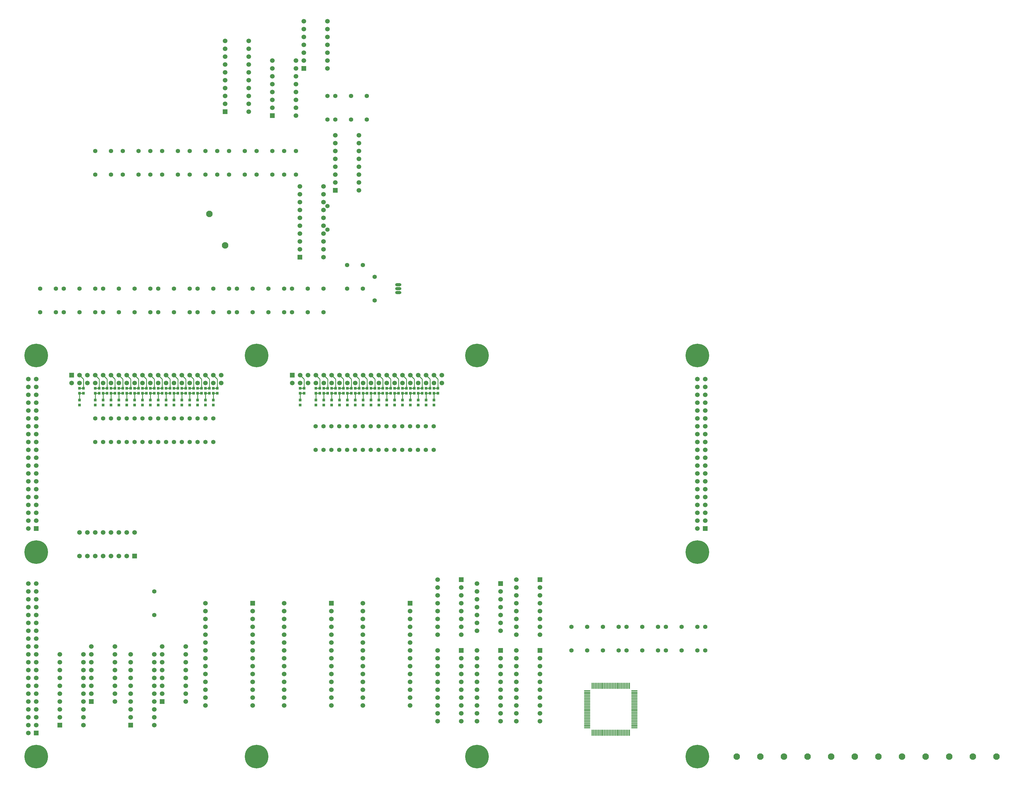
<source format=gbl>
G04*
G04 #@! TF.GenerationSoftware,Altium Limited,Altium Designer,21.9.1 (22)*
G04*
G04 Layer_Physical_Order=2*
G04 Layer_Color=16711680*
%FSLAX25Y25*%
%MOIN*%
G70*
G04*
G04 #@! TF.SameCoordinates,96388F34-ED53-4079-84C0-77210EF012B4*
G04*
G04*
G04 #@! TF.FilePolarity,Positive*
G04*
G01*
G75*
%ADD12C,0.01000*%
%ADD25C,0.08268*%
%ADD26C,0.05512*%
%ADD27R,0.05906X0.05906*%
%ADD28C,0.05906*%
%ADD29O,0.07874X0.03937*%
%ADD30O,0.07874X0.03937*%
%ADD31C,0.05906*%
%ADD32R,0.05906X0.05906*%
%ADD33R,0.05906X0.05906*%
%ADD34C,0.30000*%
%ADD35R,0.05906X0.05906*%
%ADD36O,0.08268X0.01181*%
%ADD37O,0.01181X0.08268*%
%ADD38R,0.03347X0.03347*%
D12*
X555501Y573051D02*
Y581949D01*
X560501D01*
X545501Y573051D02*
Y581949D01*
X565501Y573051D02*
Y581949D01*
X545501Y588051D02*
X550501D01*
X545501Y581949D02*
X550501D01*
X595501Y573051D02*
Y581949D01*
X585501Y573051D02*
Y581949D01*
X575501Y573051D02*
Y581949D01*
X605501Y573051D02*
Y581949D01*
Y588051D02*
X610501D01*
X605501Y581949D02*
X610501D01*
X595501Y588051D02*
X600501D01*
X595501Y581949D02*
X600501D01*
X585501Y588051D02*
X590501D01*
X585501Y581949D02*
X590501D01*
X575501Y588051D02*
X580501D01*
X575501Y581949D02*
X580501D01*
X565501Y588051D02*
X570501D01*
X565501Y581949D02*
X570501D01*
X555501Y588051D02*
X560501D01*
X625501Y573051D02*
Y581949D01*
X615501Y573051D02*
Y581949D01*
X625501Y588051D02*
X630501D01*
X615501D02*
X620501D01*
X615501Y581949D02*
X620501D01*
X625501D02*
X630501D01*
X535501Y588051D02*
X540501D01*
X525501D02*
X530501D01*
X525501Y581949D02*
X530501D01*
X535501D02*
X540501D01*
X535501Y573051D02*
Y581949D01*
X525501Y573051D02*
Y581949D01*
X505501D02*
X510501D01*
X515501Y588051D02*
X520501D01*
X515501Y581949D02*
X520501D01*
X515501Y573051D02*
Y581949D01*
X505501Y573051D02*
Y581949D01*
X495501Y573051D02*
Y581949D01*
X485501Y573051D02*
Y581949D01*
X475501Y573051D02*
Y581949D01*
X505501Y588051D02*
X510501D01*
X495501D02*
X500501D01*
X495501Y581949D02*
X500501D01*
X485501Y588051D02*
X490501D01*
X485501Y581949D02*
X490501D01*
X475501Y588051D02*
X480501D01*
X475501Y581949D02*
X480501D01*
X455501D02*
X460501D01*
X455501Y588051D02*
X460501D01*
X455501Y573051D02*
Y581949D01*
X460501Y588051D02*
Y600000D01*
X455501Y605000D02*
X460501Y600000D01*
X605501Y605000D02*
X610501Y600000D01*
X615501Y605000D02*
X620501Y600000D01*
X480501Y588051D02*
Y600000D01*
X475501Y605000D02*
X480501Y600000D01*
X490501Y588051D02*
Y600000D01*
X610501Y588051D02*
Y600000D01*
X500501Y588051D02*
Y600000D01*
X510501Y588051D02*
Y600000D01*
X495501Y605000D02*
X500501Y600000D01*
X520501Y588051D02*
Y600000D01*
X515501Y605000D02*
X520501Y600000D01*
X530501Y588051D02*
Y600000D01*
X620501Y588051D02*
Y600000D01*
X540501Y588051D02*
Y600000D01*
X535501Y605000D02*
X540501Y600000D01*
X550501Y588051D02*
Y600000D01*
X625501Y605000D02*
X630501Y600000D01*
X560501Y588051D02*
Y600000D01*
X555501Y605000D02*
X560501Y600000D01*
X570501Y588051D02*
Y600000D01*
X630501Y588051D02*
Y600000D01*
X580501Y588051D02*
Y600000D01*
X575501Y605000D02*
X580501Y600000D01*
X485501Y605000D02*
X490501Y600000D01*
X505501Y605000D02*
X510501Y600000D01*
X525501Y605000D02*
X530501Y600000D01*
X545501Y605000D02*
X550501Y600000D01*
X565501Y605000D02*
X570501Y600000D01*
X590501Y588051D02*
Y600000D01*
X585501Y605000D02*
X590501Y600000D01*
X600501Y588051D02*
Y600000D01*
X595501Y605000D02*
X600501Y600000D01*
X245000Y581949D02*
X250000D01*
X245000Y573051D02*
Y581949D01*
X255000Y573051D02*
Y581949D01*
X260000D01*
X240000Y588051D02*
Y600000D01*
X235000Y588051D02*
X240000D01*
X235000Y605000D02*
X240000Y600000D01*
X250000Y588051D02*
Y600000D01*
X245000Y605000D02*
X250000Y600000D01*
X260000Y588051D02*
Y600000D01*
X255000Y605000D02*
X260000Y600000D01*
X225000Y588051D02*
X230000D01*
X225000Y605000D02*
X230000Y600000D01*
Y588051D02*
Y600000D01*
X235000Y581949D02*
X240000D01*
X225000Y573051D02*
Y581949D01*
X230000D01*
X235000Y573051D02*
Y581949D01*
X215000Y573051D02*
Y581949D01*
X220000D01*
X215000Y588051D02*
X220000D01*
X255000D02*
X260000D01*
X245000D02*
X250000D01*
X215000Y605000D02*
X220000Y600000D01*
Y588051D02*
Y600000D01*
X205000Y605000D02*
X210000Y600000D01*
Y588051D02*
Y600000D01*
X205000Y573051D02*
Y581949D01*
Y588051D02*
X210000D01*
X205000Y581949D02*
X210000D01*
X340000Y588051D02*
Y600000D01*
X350000Y588051D02*
Y600000D01*
X345000Y588051D02*
X350000D01*
X345000Y581949D02*
X350000D01*
X310000Y588051D02*
Y600000D01*
X320000Y588051D02*
Y600000D01*
X315000Y588051D02*
X320000D01*
X315000Y581949D02*
X320000D01*
X275000D02*
X280000D01*
X265000D02*
X270000D01*
X265000Y573051D02*
Y581949D01*
X275000Y573051D02*
Y581949D01*
X335000D02*
X340000D01*
X335000Y588051D02*
X340000D01*
X285000D02*
X290000D01*
X285000Y573051D02*
Y581949D01*
X295000Y573051D02*
Y581949D01*
X285000D02*
X290000D01*
X305000Y588051D02*
X310000D01*
X305000Y581949D02*
X310000D01*
X335000Y573051D02*
Y581949D01*
X345000Y573051D02*
Y581949D01*
X315000Y573051D02*
Y581949D01*
X325000D02*
X330000D01*
X325000Y573051D02*
Y581949D01*
X305000Y573051D02*
Y581949D01*
X325000Y588051D02*
X330000D01*
Y600000D01*
X300000Y588051D02*
Y600000D01*
X275000Y588051D02*
X280000D01*
Y600000D01*
X290000Y588051D02*
Y600000D01*
X295000Y588051D02*
X300000D01*
X295000Y581949D02*
X300000D01*
X275000Y605000D02*
X280000Y600000D01*
X295000Y605000D02*
X300000Y600000D01*
X305000Y605000D02*
X310000Y600000D01*
X285000Y605000D02*
X290000Y600000D01*
X315000Y605000D02*
X320000Y600000D01*
X345000Y605000D02*
X350000Y600000D01*
X335000Y605000D02*
X340000Y600000D01*
X325000Y605000D02*
X330000Y600000D01*
X265000Y588051D02*
X270000D01*
Y600000D01*
X265000Y605000D02*
X270000Y600000D01*
X195000Y581949D02*
X200000D01*
X195000Y588051D02*
X200000D01*
X180000D02*
Y600000D01*
X175000Y605000D02*
X180000Y600000D01*
X195000Y605000D02*
X200000Y600000D01*
Y588051D02*
Y600000D01*
X175000Y588051D02*
X180000D01*
X175000Y581949D02*
X180000D01*
X175000Y573051D02*
Y581949D01*
X195000Y573051D02*
Y581949D01*
D25*
X360000Y770000D02*
D03*
X340000Y810000D02*
D03*
X1100000Y120000D02*
D03*
X1070000D02*
D03*
X1010000D02*
D03*
X1040000D02*
D03*
X1160000D02*
D03*
X1130000D02*
D03*
X1190000D02*
D03*
X1220000D02*
D03*
X1250000D02*
D03*
X1280000D02*
D03*
X1310000D02*
D03*
X1340000D02*
D03*
D26*
X345000Y685000D02*
D03*
Y715000D02*
D03*
X315000Y685000D02*
D03*
Y715000D02*
D03*
X325000Y685000D02*
D03*
Y715000D02*
D03*
X365000Y685000D02*
D03*
Y715000D02*
D03*
X375000Y685000D02*
D03*
Y715000D02*
D03*
X395000Y685000D02*
D03*
Y715000D02*
D03*
X415000Y685000D02*
D03*
Y715000D02*
D03*
X435000Y685000D02*
D03*
Y715000D02*
D03*
X445000Y685000D02*
D03*
Y715000D02*
D03*
X465000Y685000D02*
D03*
Y715000D02*
D03*
X485000Y685000D02*
D03*
Y715000D02*
D03*
X145000Y685000D02*
D03*
Y715000D02*
D03*
X175000Y685000D02*
D03*
Y715000D02*
D03*
X155000Y685000D02*
D03*
Y715000D02*
D03*
X125000Y685000D02*
D03*
Y715000D02*
D03*
X195000Y685000D02*
D03*
Y715000D02*
D03*
X225000Y685000D02*
D03*
Y715000D02*
D03*
X245000Y685000D02*
D03*
Y715000D02*
D03*
X265000Y685000D02*
D03*
Y715000D02*
D03*
X275000Y685000D02*
D03*
Y715000D02*
D03*
X205000Y685000D02*
D03*
Y715000D02*
D03*
X295000Y685000D02*
D03*
Y715000D02*
D03*
X420000Y890000D02*
D03*
Y860000D02*
D03*
X195000Y890000D02*
D03*
Y860000D02*
D03*
X230000Y890000D02*
D03*
Y860000D02*
D03*
X250000Y890000D02*
D03*
Y860000D02*
D03*
X265000Y890000D02*
D03*
Y860000D02*
D03*
X300000Y890000D02*
D03*
Y860000D02*
D03*
X315000Y890000D02*
D03*
Y860000D02*
D03*
X335000Y890000D02*
D03*
Y860000D02*
D03*
X350000Y890000D02*
D03*
Y860000D02*
D03*
X365000Y890000D02*
D03*
Y860000D02*
D03*
X280000Y890000D02*
D03*
Y860000D02*
D03*
X215000Y890000D02*
D03*
Y860000D02*
D03*
X400000Y890000D02*
D03*
Y860000D02*
D03*
X385000Y890000D02*
D03*
Y860000D02*
D03*
X520000Y930000D02*
D03*
Y960000D02*
D03*
X540000Y930000D02*
D03*
Y960000D02*
D03*
X500000Y930000D02*
D03*
Y960000D02*
D03*
X490000Y930000D02*
D03*
Y960000D02*
D03*
X550000Y730000D02*
D03*
Y700000D02*
D03*
X535000Y715000D02*
D03*
Y745000D02*
D03*
X515000D02*
D03*
Y715000D02*
D03*
X490000Y820000D02*
D03*
Y790000D02*
D03*
X435000Y890000D02*
D03*
Y860000D02*
D03*
X450000Y890000D02*
D03*
Y860000D02*
D03*
X270000Y300000D02*
D03*
Y330000D02*
D03*
X565000Y510000D02*
D03*
Y540000D02*
D03*
X555000Y510000D02*
D03*
Y540000D02*
D03*
X575000Y510000D02*
D03*
Y540000D02*
D03*
X475000Y510000D02*
D03*
Y540000D02*
D03*
X485000Y510000D02*
D03*
Y540000D02*
D03*
X625000Y510000D02*
D03*
Y540000D02*
D03*
X505000Y510000D02*
D03*
Y540000D02*
D03*
X515000Y510000D02*
D03*
Y540000D02*
D03*
X495000Y510000D02*
D03*
Y540000D02*
D03*
X535000Y510000D02*
D03*
Y540000D02*
D03*
X545000Y510000D02*
D03*
Y540000D02*
D03*
X525000Y510000D02*
D03*
Y540000D02*
D03*
X605000Y510000D02*
D03*
Y540000D02*
D03*
X615000Y510000D02*
D03*
Y540000D02*
D03*
X595000Y510000D02*
D03*
Y540000D02*
D03*
X585000Y510000D02*
D03*
Y540000D02*
D03*
X205000Y520000D02*
D03*
Y550000D02*
D03*
X215000Y520000D02*
D03*
Y550000D02*
D03*
X225000Y520000D02*
D03*
Y550000D02*
D03*
X235000Y520000D02*
D03*
Y550000D02*
D03*
X265000Y520000D02*
D03*
Y550000D02*
D03*
X275000Y520000D02*
D03*
Y550000D02*
D03*
X285000Y520000D02*
D03*
Y550000D02*
D03*
X295000Y520000D02*
D03*
Y550000D02*
D03*
X195000Y520000D02*
D03*
Y550000D02*
D03*
X245000Y520000D02*
D03*
Y550000D02*
D03*
X255000Y520000D02*
D03*
Y550000D02*
D03*
X305000Y520000D02*
D03*
Y550000D02*
D03*
X325000Y520000D02*
D03*
Y550000D02*
D03*
X335000Y520000D02*
D03*
Y550000D02*
D03*
X315000Y520000D02*
D03*
Y550000D02*
D03*
X345000Y520000D02*
D03*
Y550000D02*
D03*
X970000Y285000D02*
D03*
Y255000D02*
D03*
X960000Y285000D02*
D03*
Y255000D02*
D03*
X940000Y285000D02*
D03*
Y255000D02*
D03*
X920000Y285000D02*
D03*
Y255000D02*
D03*
X910000Y285000D02*
D03*
Y255000D02*
D03*
X890000Y285000D02*
D03*
Y255000D02*
D03*
X870000Y285000D02*
D03*
Y255000D02*
D03*
X860000Y285000D02*
D03*
Y255000D02*
D03*
X840000Y285000D02*
D03*
Y255000D02*
D03*
X820000Y285000D02*
D03*
Y255000D02*
D03*
X800000Y285000D02*
D03*
Y255000D02*
D03*
D27*
X500000Y840000D02*
D03*
X420000Y935000D02*
D03*
X360000Y940000D02*
D03*
X455000Y755000D02*
D03*
X460000Y995000D02*
D03*
X190000Y190000D02*
D03*
X280000D02*
D03*
X240000Y160000D02*
D03*
X150000D02*
D03*
X760000Y345000D02*
D03*
X710000Y340000D02*
D03*
X660000Y345000D02*
D03*
Y255000D02*
D03*
X710000D02*
D03*
X760000D02*
D03*
X495000Y315000D02*
D03*
X395000D02*
D03*
X595000D02*
D03*
D28*
X500000Y850000D02*
D03*
Y860000D02*
D03*
Y870000D02*
D03*
Y880000D02*
D03*
Y890000D02*
D03*
Y900000D02*
D03*
Y910000D02*
D03*
X530000Y840000D02*
D03*
Y850000D02*
D03*
Y860000D02*
D03*
Y870000D02*
D03*
Y880000D02*
D03*
Y890000D02*
D03*
Y900000D02*
D03*
Y910000D02*
D03*
X450000Y1005000D02*
D03*
Y995000D02*
D03*
Y985000D02*
D03*
Y975000D02*
D03*
Y965000D02*
D03*
Y955000D02*
D03*
Y945000D02*
D03*
Y935000D02*
D03*
X420000Y1005000D02*
D03*
Y995000D02*
D03*
Y985000D02*
D03*
Y975000D02*
D03*
Y965000D02*
D03*
Y955000D02*
D03*
Y945000D02*
D03*
X360000Y950000D02*
D03*
Y960000D02*
D03*
Y970000D02*
D03*
Y980000D02*
D03*
Y990000D02*
D03*
Y1000000D02*
D03*
Y1010000D02*
D03*
Y1020000D02*
D03*
Y1030000D02*
D03*
X390000Y940000D02*
D03*
Y960000D02*
D03*
Y970000D02*
D03*
Y980000D02*
D03*
Y990000D02*
D03*
Y1000000D02*
D03*
Y1010000D02*
D03*
Y1020000D02*
D03*
Y1030000D02*
D03*
X485000Y845000D02*
D03*
Y835000D02*
D03*
Y825000D02*
D03*
Y815000D02*
D03*
Y805000D02*
D03*
Y795000D02*
D03*
Y785000D02*
D03*
Y775000D02*
D03*
Y755000D02*
D03*
X455000Y845000D02*
D03*
Y835000D02*
D03*
Y825000D02*
D03*
Y815000D02*
D03*
Y805000D02*
D03*
Y795000D02*
D03*
Y785000D02*
D03*
Y775000D02*
D03*
Y765000D02*
D03*
X460000Y1005000D02*
D03*
Y1015000D02*
D03*
Y1025000D02*
D03*
Y1035000D02*
D03*
Y1045000D02*
D03*
Y1055000D02*
D03*
X490000Y995000D02*
D03*
Y1005000D02*
D03*
Y1015000D02*
D03*
Y1025000D02*
D03*
Y1035000D02*
D03*
Y1045000D02*
D03*
Y1055000D02*
D03*
X220000Y260000D02*
D03*
Y250000D02*
D03*
Y240000D02*
D03*
Y230000D02*
D03*
Y220000D02*
D03*
Y210000D02*
D03*
Y200000D02*
D03*
Y190000D02*
D03*
X190000Y260000D02*
D03*
Y250000D02*
D03*
Y240000D02*
D03*
Y230000D02*
D03*
Y220000D02*
D03*
Y210000D02*
D03*
Y200000D02*
D03*
X310000Y260000D02*
D03*
Y250000D02*
D03*
Y240000D02*
D03*
Y230000D02*
D03*
Y220000D02*
D03*
Y210000D02*
D03*
Y200000D02*
D03*
Y190000D02*
D03*
X280000Y260000D02*
D03*
Y250000D02*
D03*
Y240000D02*
D03*
Y230000D02*
D03*
Y220000D02*
D03*
Y210000D02*
D03*
Y200000D02*
D03*
X240000Y170000D02*
D03*
Y180000D02*
D03*
Y190000D02*
D03*
Y200000D02*
D03*
Y210000D02*
D03*
Y220000D02*
D03*
Y230000D02*
D03*
Y240000D02*
D03*
Y250000D02*
D03*
X270000Y160000D02*
D03*
Y180000D02*
D03*
Y190000D02*
D03*
Y200000D02*
D03*
Y210000D02*
D03*
Y220000D02*
D03*
Y230000D02*
D03*
Y240000D02*
D03*
Y250000D02*
D03*
X150000Y170000D02*
D03*
Y180000D02*
D03*
Y190000D02*
D03*
Y200000D02*
D03*
Y210000D02*
D03*
Y220000D02*
D03*
Y230000D02*
D03*
Y240000D02*
D03*
Y250000D02*
D03*
X180000Y160000D02*
D03*
Y180000D02*
D03*
Y190000D02*
D03*
Y200000D02*
D03*
Y210000D02*
D03*
Y220000D02*
D03*
Y230000D02*
D03*
Y240000D02*
D03*
Y250000D02*
D03*
X730000Y275000D02*
D03*
Y285000D02*
D03*
Y295000D02*
D03*
Y305000D02*
D03*
Y315000D02*
D03*
Y325000D02*
D03*
Y335000D02*
D03*
Y345000D02*
D03*
X760000Y275000D02*
D03*
Y285000D02*
D03*
Y295000D02*
D03*
Y305000D02*
D03*
Y315000D02*
D03*
Y325000D02*
D03*
Y335000D02*
D03*
X175000Y405000D02*
D03*
X185000D02*
D03*
X195000D02*
D03*
X205000D02*
D03*
X215000D02*
D03*
X225000D02*
D03*
X235000D02*
D03*
X245000D02*
D03*
X175000Y375000D02*
D03*
X185000D02*
D03*
X195000D02*
D03*
X205000D02*
D03*
X215000D02*
D03*
X225000D02*
D03*
X235000D02*
D03*
X710000Y330000D02*
D03*
Y320000D02*
D03*
Y310000D02*
D03*
Y300000D02*
D03*
Y290000D02*
D03*
Y280000D02*
D03*
X680000Y340000D02*
D03*
Y330000D02*
D03*
Y320000D02*
D03*
Y310000D02*
D03*
Y300000D02*
D03*
Y290000D02*
D03*
Y280000D02*
D03*
X630000Y275000D02*
D03*
Y285000D02*
D03*
Y295000D02*
D03*
Y305000D02*
D03*
Y315000D02*
D03*
Y325000D02*
D03*
Y335000D02*
D03*
Y345000D02*
D03*
X660000Y275000D02*
D03*
Y285000D02*
D03*
Y295000D02*
D03*
Y305000D02*
D03*
Y315000D02*
D03*
Y325000D02*
D03*
Y335000D02*
D03*
Y245000D02*
D03*
Y235000D02*
D03*
Y225000D02*
D03*
Y215000D02*
D03*
Y205000D02*
D03*
Y195000D02*
D03*
Y185000D02*
D03*
Y175000D02*
D03*
Y165000D02*
D03*
X630000Y255000D02*
D03*
Y235000D02*
D03*
Y225000D02*
D03*
Y215000D02*
D03*
Y205000D02*
D03*
Y195000D02*
D03*
Y185000D02*
D03*
Y175000D02*
D03*
Y165000D02*
D03*
X710000Y245000D02*
D03*
Y235000D02*
D03*
Y225000D02*
D03*
Y215000D02*
D03*
Y205000D02*
D03*
Y195000D02*
D03*
Y185000D02*
D03*
Y175000D02*
D03*
Y165000D02*
D03*
X680000Y255000D02*
D03*
Y235000D02*
D03*
Y225000D02*
D03*
Y215000D02*
D03*
Y205000D02*
D03*
Y195000D02*
D03*
Y185000D02*
D03*
Y175000D02*
D03*
Y165000D02*
D03*
X760000Y245000D02*
D03*
Y235000D02*
D03*
Y225000D02*
D03*
Y215000D02*
D03*
Y205000D02*
D03*
Y195000D02*
D03*
Y185000D02*
D03*
Y175000D02*
D03*
Y165000D02*
D03*
X730000Y255000D02*
D03*
Y235000D02*
D03*
Y225000D02*
D03*
Y215000D02*
D03*
Y205000D02*
D03*
Y195000D02*
D03*
Y185000D02*
D03*
Y175000D02*
D03*
Y165000D02*
D03*
X435000Y185000D02*
D03*
Y195000D02*
D03*
Y205000D02*
D03*
Y215000D02*
D03*
Y225000D02*
D03*
Y235000D02*
D03*
Y245000D02*
D03*
Y255000D02*
D03*
Y265000D02*
D03*
Y275000D02*
D03*
Y285000D02*
D03*
Y295000D02*
D03*
Y305000D02*
D03*
Y315000D02*
D03*
X495000Y185000D02*
D03*
Y195000D02*
D03*
Y205000D02*
D03*
Y215000D02*
D03*
Y225000D02*
D03*
Y235000D02*
D03*
Y245000D02*
D03*
Y255000D02*
D03*
Y265000D02*
D03*
Y275000D02*
D03*
Y285000D02*
D03*
Y295000D02*
D03*
Y305000D02*
D03*
X335000Y185000D02*
D03*
Y195000D02*
D03*
Y205000D02*
D03*
Y215000D02*
D03*
Y225000D02*
D03*
Y235000D02*
D03*
Y245000D02*
D03*
Y255000D02*
D03*
Y265000D02*
D03*
Y275000D02*
D03*
Y285000D02*
D03*
Y295000D02*
D03*
Y305000D02*
D03*
Y315000D02*
D03*
X395000Y185000D02*
D03*
Y195000D02*
D03*
Y205000D02*
D03*
Y215000D02*
D03*
Y225000D02*
D03*
Y235000D02*
D03*
Y245000D02*
D03*
Y255000D02*
D03*
Y265000D02*
D03*
Y275000D02*
D03*
Y285000D02*
D03*
Y295000D02*
D03*
Y305000D02*
D03*
X535000Y185000D02*
D03*
Y195000D02*
D03*
Y205000D02*
D03*
Y215000D02*
D03*
Y225000D02*
D03*
Y235000D02*
D03*
Y245000D02*
D03*
Y255000D02*
D03*
Y265000D02*
D03*
Y275000D02*
D03*
Y285000D02*
D03*
Y295000D02*
D03*
Y305000D02*
D03*
Y315000D02*
D03*
X595000Y185000D02*
D03*
Y195000D02*
D03*
Y205000D02*
D03*
Y215000D02*
D03*
Y225000D02*
D03*
Y235000D02*
D03*
Y245000D02*
D03*
Y255000D02*
D03*
Y265000D02*
D03*
Y275000D02*
D03*
Y285000D02*
D03*
Y295000D02*
D03*
Y305000D02*
D03*
D29*
X580000Y720000D02*
D03*
Y710000D02*
D03*
D30*
Y715000D02*
D03*
D31*
X390000Y950000D02*
D03*
X485000Y765000D02*
D03*
X270000Y170000D02*
D03*
X180000D02*
D03*
X630000Y245000D02*
D03*
X680000D02*
D03*
X730000D02*
D03*
X635501Y595000D02*
D03*
Y605000D02*
D03*
X625501Y595000D02*
D03*
Y605000D02*
D03*
X615501Y595000D02*
D03*
Y605000D02*
D03*
X605501Y595000D02*
D03*
Y605000D02*
D03*
X595501Y595000D02*
D03*
Y605000D02*
D03*
X585501Y595000D02*
D03*
Y605000D02*
D03*
X575501Y595000D02*
D03*
Y605000D02*
D03*
X565501Y595000D02*
D03*
Y605000D02*
D03*
X555501Y595000D02*
D03*
Y605000D02*
D03*
X545501Y595000D02*
D03*
Y605000D02*
D03*
X535501Y595000D02*
D03*
Y605000D02*
D03*
X525501Y595000D02*
D03*
Y605000D02*
D03*
X515501Y595000D02*
D03*
Y605000D02*
D03*
X505501Y595000D02*
D03*
Y605000D02*
D03*
X495501Y595000D02*
D03*
Y605000D02*
D03*
X485501Y595000D02*
D03*
Y605000D02*
D03*
X475501Y595000D02*
D03*
Y605000D02*
D03*
X465501Y595000D02*
D03*
Y605000D02*
D03*
X455501Y595000D02*
D03*
Y605000D02*
D03*
X445501Y595000D02*
D03*
X165000D02*
D03*
X175000Y605000D02*
D03*
Y595000D02*
D03*
X185000Y605000D02*
D03*
Y595000D02*
D03*
X195000Y605000D02*
D03*
Y595000D02*
D03*
X205000Y605000D02*
D03*
Y595000D02*
D03*
X215000Y605000D02*
D03*
Y595000D02*
D03*
X225000Y605000D02*
D03*
Y595000D02*
D03*
X235000Y605000D02*
D03*
Y595000D02*
D03*
X245000Y605000D02*
D03*
Y595000D02*
D03*
X255000Y605000D02*
D03*
Y595000D02*
D03*
X265000Y605000D02*
D03*
Y595000D02*
D03*
X275000Y605000D02*
D03*
Y595000D02*
D03*
X285000Y605000D02*
D03*
Y595000D02*
D03*
X295000Y605000D02*
D03*
Y595000D02*
D03*
X305000Y605000D02*
D03*
Y595000D02*
D03*
X315000Y605000D02*
D03*
Y595000D02*
D03*
X325000Y605000D02*
D03*
Y595000D02*
D03*
X335000Y605000D02*
D03*
Y595000D02*
D03*
X345000Y605000D02*
D03*
Y595000D02*
D03*
X355000Y605000D02*
D03*
Y595000D02*
D03*
X110000Y600000D02*
D03*
X120000D02*
D03*
X110000Y590000D02*
D03*
X120000D02*
D03*
X110000Y580000D02*
D03*
X120000D02*
D03*
X110000Y570000D02*
D03*
X120000D02*
D03*
X110000Y560000D02*
D03*
X120000D02*
D03*
X110000Y550000D02*
D03*
X120000D02*
D03*
X110000Y540000D02*
D03*
X120000D02*
D03*
X110000Y530000D02*
D03*
X120000D02*
D03*
X110000Y520000D02*
D03*
X120000D02*
D03*
X110000Y510000D02*
D03*
X120000D02*
D03*
X110000Y500000D02*
D03*
X120000D02*
D03*
X110000Y490000D02*
D03*
X120000D02*
D03*
X110000Y480000D02*
D03*
X120000D02*
D03*
X110000Y470000D02*
D03*
X120000D02*
D03*
X110000Y460000D02*
D03*
X120000D02*
D03*
X110000Y450000D02*
D03*
X120000D02*
D03*
X110000Y440000D02*
D03*
X120000D02*
D03*
X110000Y430000D02*
D03*
X120000D02*
D03*
X110000Y420000D02*
D03*
X120000D02*
D03*
X110000Y410000D02*
D03*
X960000Y600000D02*
D03*
X970000D02*
D03*
X960000Y590000D02*
D03*
X970000D02*
D03*
X960000Y580000D02*
D03*
X970000D02*
D03*
X960000Y570000D02*
D03*
X970000D02*
D03*
X960000Y560000D02*
D03*
X970000D02*
D03*
X960000Y550000D02*
D03*
X970000D02*
D03*
X960000Y540000D02*
D03*
X970000D02*
D03*
X960000Y530000D02*
D03*
X970000D02*
D03*
X960000Y520000D02*
D03*
X970000D02*
D03*
X960000Y510000D02*
D03*
X970000D02*
D03*
X960000Y500000D02*
D03*
X970000D02*
D03*
X960000Y490000D02*
D03*
X970000D02*
D03*
X960000Y480000D02*
D03*
X970000D02*
D03*
X960000Y470000D02*
D03*
X970000D02*
D03*
X960000Y460000D02*
D03*
X970000D02*
D03*
X960000Y450000D02*
D03*
X970000D02*
D03*
X960000Y440000D02*
D03*
X970000D02*
D03*
X960000Y430000D02*
D03*
X970000D02*
D03*
X960000Y420000D02*
D03*
X970000D02*
D03*
X960000Y410000D02*
D03*
X110000Y340000D02*
D03*
X120000D02*
D03*
X110000Y330000D02*
D03*
X120000D02*
D03*
X110000Y320000D02*
D03*
X120000D02*
D03*
X110000Y310000D02*
D03*
X120000D02*
D03*
X110000Y300000D02*
D03*
X120000D02*
D03*
X110000Y290000D02*
D03*
X120000D02*
D03*
X110000Y280000D02*
D03*
X120000D02*
D03*
X110000Y270000D02*
D03*
X120000D02*
D03*
X110000Y260000D02*
D03*
X120000D02*
D03*
X110000Y250000D02*
D03*
X120000D02*
D03*
X110000Y240000D02*
D03*
X120000D02*
D03*
X110000Y230000D02*
D03*
X120000D02*
D03*
X110000Y220000D02*
D03*
X120000D02*
D03*
X110000Y210000D02*
D03*
X120000D02*
D03*
X110000Y200000D02*
D03*
X120000D02*
D03*
X110000Y190000D02*
D03*
X120000D02*
D03*
X110000Y180000D02*
D03*
X120000D02*
D03*
X110000Y170000D02*
D03*
X120000D02*
D03*
X110000Y160000D02*
D03*
X120000D02*
D03*
X110000Y150000D02*
D03*
D32*
X245000Y375000D02*
D03*
D33*
X445501Y605000D02*
D03*
X165000D02*
D03*
D34*
X960000Y380000D02*
D03*
Y630000D02*
D03*
X680000D02*
D03*
X960000Y120000D02*
D03*
X400000D02*
D03*
X120000D02*
D03*
Y630000D02*
D03*
X680000Y120000D02*
D03*
X400000Y630000D02*
D03*
X120000Y380000D02*
D03*
D35*
Y410000D02*
D03*
X970000D02*
D03*
X120000Y150000D02*
D03*
D36*
X879921Y203622D02*
D03*
Y201654D02*
D03*
Y199685D02*
D03*
Y197716D02*
D03*
Y195748D02*
D03*
Y193780D02*
D03*
Y191811D02*
D03*
Y189842D02*
D03*
Y187874D02*
D03*
Y185906D02*
D03*
Y183937D02*
D03*
Y181968D02*
D03*
Y180000D02*
D03*
Y178032D02*
D03*
Y176063D02*
D03*
Y174094D02*
D03*
Y172126D02*
D03*
Y170158D02*
D03*
Y168189D02*
D03*
Y166220D02*
D03*
Y164252D02*
D03*
Y162284D02*
D03*
Y160315D02*
D03*
Y158346D02*
D03*
Y156378D02*
D03*
X820079D02*
D03*
Y158346D02*
D03*
Y160315D02*
D03*
Y162284D02*
D03*
Y164252D02*
D03*
Y166220D02*
D03*
Y168189D02*
D03*
Y170158D02*
D03*
Y172126D02*
D03*
Y174094D02*
D03*
Y176063D02*
D03*
Y178032D02*
D03*
Y180000D02*
D03*
Y181968D02*
D03*
Y183937D02*
D03*
Y185906D02*
D03*
Y187874D02*
D03*
Y189842D02*
D03*
Y191811D02*
D03*
Y193780D02*
D03*
Y195748D02*
D03*
Y197716D02*
D03*
Y199685D02*
D03*
Y201654D02*
D03*
Y203622D02*
D03*
D37*
X873622Y150079D02*
D03*
X871653D02*
D03*
X869685D02*
D03*
X867717D02*
D03*
X865748D02*
D03*
X863780D02*
D03*
X861811D02*
D03*
X859842D02*
D03*
X857874D02*
D03*
X855906D02*
D03*
X853937D02*
D03*
X851968D02*
D03*
X850000D02*
D03*
X848032D02*
D03*
X846063D02*
D03*
X844094D02*
D03*
X842126D02*
D03*
X840158D02*
D03*
X838189D02*
D03*
X836220D02*
D03*
X834252D02*
D03*
X832283D02*
D03*
X830315D02*
D03*
X828347D02*
D03*
X826378D02*
D03*
Y209921D02*
D03*
X828347D02*
D03*
X830315D02*
D03*
X832283D02*
D03*
X834252D02*
D03*
X836220D02*
D03*
X838189D02*
D03*
X840158D02*
D03*
X842126D02*
D03*
X844094D02*
D03*
X846063D02*
D03*
X848032D02*
D03*
X850000D02*
D03*
X851968D02*
D03*
X853937D02*
D03*
X855906D02*
D03*
X857874D02*
D03*
X859842D02*
D03*
X861811D02*
D03*
X863780D02*
D03*
X865748D02*
D03*
X867717D02*
D03*
X869685D02*
D03*
X871653D02*
D03*
X873622D02*
D03*
D38*
X625501Y581949D02*
D03*
Y588051D02*
D03*
X615501Y581949D02*
D03*
Y588051D02*
D03*
X605501Y581949D02*
D03*
Y588051D02*
D03*
X595501Y581949D02*
D03*
Y588051D02*
D03*
X585501Y581949D02*
D03*
Y588051D02*
D03*
X575501Y581949D02*
D03*
Y588051D02*
D03*
X565501Y581949D02*
D03*
Y588051D02*
D03*
X555501Y581949D02*
D03*
Y588051D02*
D03*
X545501Y581949D02*
D03*
Y588051D02*
D03*
X535501Y581949D02*
D03*
Y588051D02*
D03*
X525501Y581949D02*
D03*
Y588051D02*
D03*
X515501Y581949D02*
D03*
Y588051D02*
D03*
X505501Y581949D02*
D03*
Y588051D02*
D03*
X495501Y581949D02*
D03*
Y588051D02*
D03*
X485501Y581949D02*
D03*
Y588051D02*
D03*
X475501Y581949D02*
D03*
Y588051D02*
D03*
X455501Y581949D02*
D03*
Y588051D02*
D03*
X625501Y573051D02*
D03*
Y566949D02*
D03*
X615501Y573051D02*
D03*
Y566949D02*
D03*
X605501Y573051D02*
D03*
Y566949D02*
D03*
X595501Y573051D02*
D03*
Y566949D02*
D03*
X585501Y573051D02*
D03*
Y566949D02*
D03*
X575501Y573051D02*
D03*
Y566949D02*
D03*
X565501Y573051D02*
D03*
Y566949D02*
D03*
X555501Y573051D02*
D03*
Y566949D02*
D03*
X630501Y588051D02*
D03*
Y581949D02*
D03*
X620501Y588051D02*
D03*
Y581949D02*
D03*
X610501Y588051D02*
D03*
Y581949D02*
D03*
X600501Y588051D02*
D03*
Y581949D02*
D03*
X590501Y588051D02*
D03*
Y581949D02*
D03*
X580501Y588051D02*
D03*
Y581949D02*
D03*
X570501Y588051D02*
D03*
Y581949D02*
D03*
X560501Y588051D02*
D03*
Y581949D02*
D03*
X545501Y573051D02*
D03*
Y566949D02*
D03*
X535501Y573051D02*
D03*
Y566949D02*
D03*
X525501Y573051D02*
D03*
Y566949D02*
D03*
X515501Y573051D02*
D03*
Y566949D02*
D03*
X505501Y573051D02*
D03*
Y566949D02*
D03*
X495501Y573051D02*
D03*
Y566949D02*
D03*
X485501Y573051D02*
D03*
Y566949D02*
D03*
X475501Y573051D02*
D03*
Y566949D02*
D03*
X550501Y588051D02*
D03*
Y581949D02*
D03*
X540501Y588051D02*
D03*
Y581949D02*
D03*
X530501Y588051D02*
D03*
Y581949D02*
D03*
X520501Y588051D02*
D03*
Y581949D02*
D03*
X510501Y588051D02*
D03*
Y581949D02*
D03*
X500501Y588051D02*
D03*
Y581949D02*
D03*
X490501Y588051D02*
D03*
Y581949D02*
D03*
X480501Y588051D02*
D03*
Y581949D02*
D03*
X455501Y573051D02*
D03*
Y566949D02*
D03*
X460501Y588051D02*
D03*
Y581949D02*
D03*
X345000D02*
D03*
Y588051D02*
D03*
X335000Y581949D02*
D03*
Y588051D02*
D03*
X325000Y581949D02*
D03*
Y588051D02*
D03*
X315000Y581949D02*
D03*
Y588051D02*
D03*
X305000Y581949D02*
D03*
Y588051D02*
D03*
X295000Y581949D02*
D03*
Y588051D02*
D03*
X285000Y581949D02*
D03*
Y588051D02*
D03*
X275000Y581949D02*
D03*
Y588051D02*
D03*
X265000Y581949D02*
D03*
Y588051D02*
D03*
X255000Y581949D02*
D03*
Y588051D02*
D03*
X245000Y581949D02*
D03*
Y588051D02*
D03*
X235000Y581949D02*
D03*
Y588051D02*
D03*
X225000Y581949D02*
D03*
Y588051D02*
D03*
X215000Y581949D02*
D03*
Y588051D02*
D03*
X205000Y581949D02*
D03*
Y588051D02*
D03*
X195000Y581949D02*
D03*
Y588051D02*
D03*
X175000Y581949D02*
D03*
Y588051D02*
D03*
X345000Y573051D02*
D03*
Y566949D02*
D03*
X335000Y573051D02*
D03*
Y566949D02*
D03*
X325000Y573051D02*
D03*
Y566949D02*
D03*
X315000Y573051D02*
D03*
Y566949D02*
D03*
X305000Y573051D02*
D03*
Y566949D02*
D03*
X295000Y573051D02*
D03*
Y566949D02*
D03*
X285000Y573051D02*
D03*
Y566949D02*
D03*
X275000Y573051D02*
D03*
Y566949D02*
D03*
X350000Y588051D02*
D03*
Y581949D02*
D03*
X340000Y588051D02*
D03*
Y581949D02*
D03*
X330000Y588051D02*
D03*
Y581949D02*
D03*
X320000Y588051D02*
D03*
Y581949D02*
D03*
X310000Y588051D02*
D03*
Y581949D02*
D03*
X300000Y588051D02*
D03*
Y581949D02*
D03*
X290000Y588051D02*
D03*
Y581949D02*
D03*
X280000Y588051D02*
D03*
Y581949D02*
D03*
X265000Y573051D02*
D03*
Y566949D02*
D03*
X255000Y573051D02*
D03*
Y566949D02*
D03*
X245000Y573051D02*
D03*
Y566949D02*
D03*
X235000Y573051D02*
D03*
Y566949D02*
D03*
X225000Y573051D02*
D03*
Y566949D02*
D03*
X215000Y573051D02*
D03*
Y566949D02*
D03*
X205000Y573051D02*
D03*
Y566949D02*
D03*
X195000Y573051D02*
D03*
Y566949D02*
D03*
X270000Y588051D02*
D03*
Y581949D02*
D03*
X260000Y588051D02*
D03*
Y581949D02*
D03*
X250000Y588051D02*
D03*
Y581949D02*
D03*
X240000Y588051D02*
D03*
Y581949D02*
D03*
X230000Y588051D02*
D03*
Y581949D02*
D03*
X220000Y588051D02*
D03*
Y581949D02*
D03*
X210000Y588051D02*
D03*
Y581949D02*
D03*
X200000Y588051D02*
D03*
Y581949D02*
D03*
X175000Y573051D02*
D03*
Y566949D02*
D03*
X180000Y588051D02*
D03*
Y581949D02*
D03*
M02*

</source>
